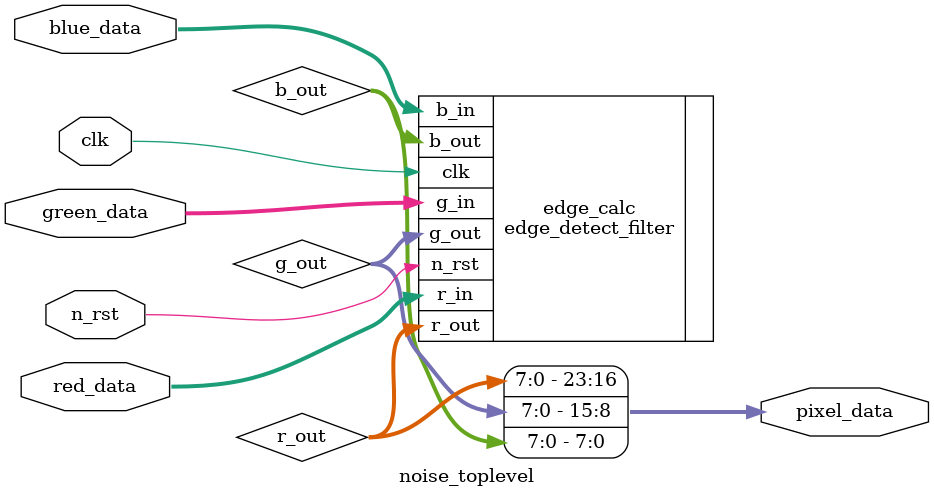
<source format=sv>


module noise_toplevel
(
	input wire clk, 
	input wire n_rst,
	input wire [71:0] red_data,
	input wire [71:0] green_data,
	input wire [71:0] blue_data, 
	
	//Output
	output wire [23:0] pixel_data  	
);
	reg [7:0] r_out;
  	reg [7:0] g_out;
  	reg [7:0] b_out;

	edge_detect_filter edge_calc(.clk(clk), .n_rst(n_rst), .r_in(red_data), .g_in(green_data), .b_in(blue_data), .r_out(r_out), .g_out(g_out), .b_out(b_out));

	assign pixel_data = {r_out, g_out, b_out};


endmodule 


</source>
